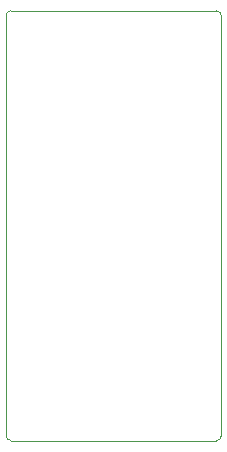
<source format=gbr>
%TF.GenerationSoftware,KiCad,Pcbnew,7.0.2-0*%
%TF.CreationDate,2024-07-03T10:32:27-07:00*%
%TF.ProjectId,ft230x-breakout,66743233-3078-42d6-9272-65616b6f7574,1.0*%
%TF.SameCoordinates,Original*%
%TF.FileFunction,Profile,NP*%
%FSLAX46Y46*%
G04 Gerber Fmt 4.6, Leading zero omitted, Abs format (unit mm)*
G04 Created by KiCad (PCBNEW 7.0.2-0) date 2024-07-03 10:32:27*
%MOMM*%
%LPD*%
G01*
G04 APERTURE LIST*
%TA.AperFunction,Profile*%
%ADD10C,0.100000*%
%TD*%
G04 APERTURE END LIST*
D10*
X135509529Y-132155671D02*
X135509529Y-96621600D01*
X135941329Y-96189829D02*
G75*
G03*
X135509529Y-96621600I-29J-431771D01*
G01*
X153745671Y-96622129D02*
X153745671Y-132155671D01*
X135941329Y-96189800D02*
X153313871Y-96190329D01*
X153745671Y-96622129D02*
G75*
G03*
X153313871Y-96190329I-431771J29D01*
G01*
X153313871Y-132587471D02*
X135941329Y-132587471D01*
X135509529Y-132155671D02*
G75*
G03*
X135941329Y-132587471I431771J-29D01*
G01*
X153313871Y-132587471D02*
G75*
G03*
X153745671Y-132155671I29J431771D01*
G01*
M02*

</source>
